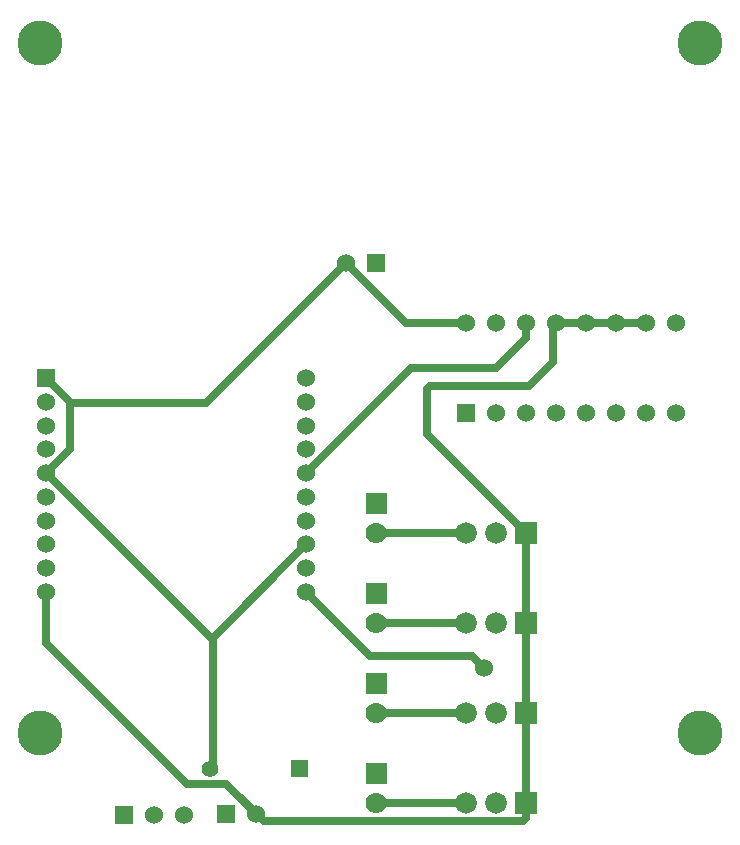
<source format=gbr>
G04 start of page 3 for group 1 idx 1 *
G04 Title: (unknown), solder *
G04 Creator: pcb 20110918 *
G04 CreationDate: Tue 12 Jun 2012 03:36:23 PM GMT UTC *
G04 For: ed *
G04 Format: Gerber/RS-274X *
G04 PCB-Dimensions: 236000 283000 *
G04 PCB-Coordinate-Origin: lower left *
%MOIN*%
%FSLAX25Y25*%
%LNBOTTOM*%
%ADD37C,0.0420*%
%ADD36C,0.0300*%
%ADD35C,0.0280*%
%ADD34C,0.0380*%
%ADD33C,0.0350*%
%ADD32C,0.1200*%
%ADD31C,0.1500*%
%ADD30C,0.0720*%
%ADD29C,0.0550*%
%ADD28C,0.0700*%
%ADD27C,0.0001*%
%ADD26C,0.0600*%
%ADD25C,0.0250*%
G54D25*X96600Y123000D02*X131600Y158000D01*
X110000Y193000D02*X63300Y146300D01*
X10000Y154600D02*X18000Y146600D01*
X63300Y146300D02*X18300D01*
X150000Y103000D02*X120000D01*
X150000Y73000D02*X120000D01*
X150000Y43000D02*X120000D01*
X170000Y103000D02*X137000Y136000D01*
X152000Y62000D02*X156000Y58000D01*
X150000Y13000D02*X120000D01*
X82500Y7000D02*X169000D01*
X170000Y8000D01*
X96600Y83500D02*X118100Y62000D01*
X152000D01*
X170000Y8000D02*Y103000D01*
X18000Y146600D02*Y131000D01*
X65500Y67500D02*Y24500D01*
X96600Y99300D02*X65500Y68200D01*
Y65500D01*
X82500Y7000D02*X70000Y19500D01*
X57000D01*
X18000Y131000D02*X10000Y123000D01*
X65500Y67500D01*
X57000Y19500D02*X10000Y66500D01*
Y83500D01*
X170000Y168000D02*Y173000D01*
X179000Y160000D02*Y173000D01*
X131600Y158000D02*X160000D01*
X170000Y168000D01*
X210000Y173000D02*X180000D01*
X137000Y136000D02*Y151000D01*
X138000Y152000D01*
X171000D02*X179000Y160000D01*
X138000Y152000D02*X171000D01*
X110000Y193000D02*X130000Y173000D01*
X150000D01*
G54D26*X96600Y154600D03*
Y146700D03*
Y138800D03*
Y130900D03*
Y123000D03*
Y115100D03*
Y107200D03*
G54D27*G36*
X117000Y196000D02*Y190000D01*
X123000D01*
Y196000D01*
X117000D01*
G37*
G54D26*X110000Y193000D03*
G54D28*X120000Y73000D03*
G54D27*G36*
X116500Y56500D02*Y49500D01*
X123500D01*
Y56500D01*
X116500D01*
G37*
G54D26*X10000Y130900D03*
Y123000D03*
Y115100D03*
Y107200D03*
G54D27*G36*
X7000Y157600D02*Y151600D01*
X13000D01*
Y157600D01*
X7000D01*
G37*
G54D26*X10000Y146700D03*
Y138800D03*
Y99300D03*
Y91400D03*
Y83500D03*
G54D27*G36*
X91750Y27250D02*Y21750D01*
X97250D01*
Y27250D01*
X91750D01*
G37*
G54D29*X64500Y24500D03*
G54D27*G36*
X116500Y26500D02*Y19500D01*
X123500D01*
Y26500D01*
X116500D01*
G37*
G36*
X67000Y12500D02*Y6500D01*
X73000D01*
Y12500D01*
X67000D01*
G37*
G54D26*X80000Y9500D03*
G54D28*X120000Y13000D03*
G54D27*G36*
X33000Y12000D02*Y6000D01*
X39000D01*
Y12000D01*
X33000D01*
G37*
G54D26*X46000Y9000D03*
X56000D03*
X96600Y99300D03*
G54D27*G36*
X166400Y106600D02*Y99400D01*
X173600D01*
Y106600D01*
X166400D01*
G37*
G54D30*X160000Y103000D03*
X150000D03*
G54D27*G36*
X116500Y116500D02*Y109500D01*
X123500D01*
Y116500D01*
X116500D01*
G37*
G54D28*X120000Y103000D03*
G54D26*X96600Y91400D03*
Y83500D03*
G54D27*G36*
X116500Y86500D02*Y79500D01*
X123500D01*
Y86500D01*
X116500D01*
G37*
G36*
X166400Y76600D02*Y69400D01*
X173600D01*
Y76600D01*
X166400D01*
G37*
G54D30*X160000Y73000D03*
X150000D03*
G54D27*G36*
X147000Y146000D02*Y140000D01*
X153000D01*
Y146000D01*
X147000D01*
G37*
G54D26*X160000Y143000D03*
X170000D03*
X180000D03*
X190000D03*
Y173000D03*
X180000D03*
X170000D03*
X160000D03*
X150000D03*
X200000Y143000D03*
X210000D03*
X220000D03*
Y173000D03*
X210000D03*
X200000D03*
G54D27*G36*
X166400Y16600D02*Y9400D01*
X173600D01*
Y16600D01*
X166400D01*
G37*
G54D30*X160000Y13000D03*
X150000D03*
G54D27*G36*
X166400Y46600D02*Y39400D01*
X173600D01*
Y46600D01*
X166400D01*
G37*
G54D30*X160000Y43000D03*
X150000D03*
G54D28*X120000D03*
G54D31*X228000Y36500D03*
X8000D03*
Y266500D03*
X228000D03*
G54D26*X156000Y58000D03*
G54D32*G54D33*G54D34*G54D35*G54D34*G54D36*G54D35*G54D34*G54D35*G54D34*G54D37*G54D35*G54D34*G54D35*G54D37*G54D35*G54D37*G54D35*M02*

</source>
